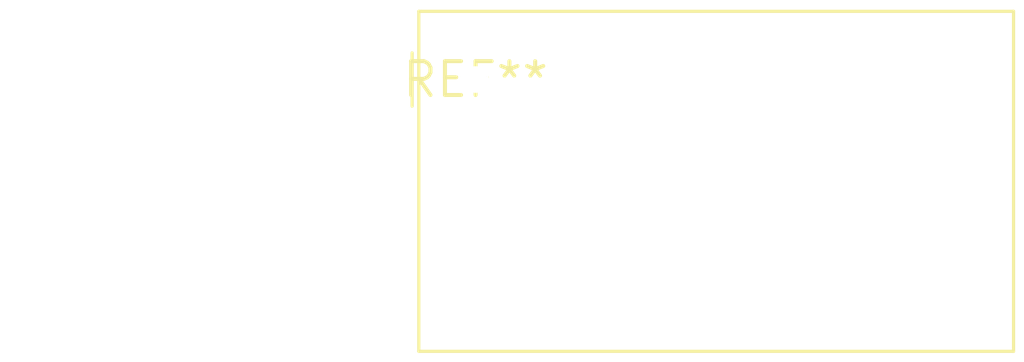
<source format=kicad_pcb>
(kicad_pcb (version 20240108) (generator pcbnew)
  (layers (0 "F.Cu" signal) (31 "B.Cu" signal) (34 "B.Paste" user) (35 "F.Paste" user) (36 "B.SilkS" user "B.Silkscreen") (37 "F.SilkS" user "F.Silkscreen") (38 "B.Mask" user) (39 "F.Mask" user) (44 "Edge.Cuts" user))
  (net 0 "")
  (footprint "Converter_DCDC_RECOM_RCD-24_THT" (layer "F.Cu") (at 0 0)
    (property "Reference" "REF**")
    (property "Value" "Converter_DCDC_RECOM_RCD-24_THT")
    (fp_line (start -2.38 -1) (end -2.38 1) (layer "F.SilkS") (stroke (width 0.12)))
    (fp_line (start -2.13 -2.56) (end -2.13 10.2) (layer "F.SilkS") (stroke (width 0.12)))
    (fp_line (start -2.13 -2.56) (end 20.19 -2.56) (layer "F.SilkS") (stroke (width 0.12)))
    (fp_line (start -2.13 10.2) (end 20.19 10.2) (layer "F.SilkS") (stroke (width 0.12)))
    (fp_line (start 20.19 -2.56) (end 20.19 10.2) (layer "F.SilkS") (stroke (width 0.12)))
    (pad "1" thru_hole roundrect (at 0 0) (size 1.5 1.5) (drill 1) (layers *.Cu *.Mask) (remove_unused_layers))
    (pad "2" thru_hole circle (at 0 2.54) (size 1.5 1.5) (drill 1) (layers *.Cu *.Mask) (remove_unused_layers))
    (pad "3" thru_hole circle (at 0 5.08) (size 1.5 1.5) (drill 1) (layers *.Cu *.Mask) (remove_unused_layers))
    (pad "4" thru_hole circle (at 0 7.62) (size 1.5 1.5) (drill 1) (layers *.Cu *.Mask) (remove_unused_layers))
    (pad "5" thru_hole circle (at 17.78 7.62) (size 1.5 1.5) (drill 1) (layers *.Cu *.Mask) (remove_unused_layers))
    (pad "6" thru_hole circle (at 17.78 0) (size 1.5 1.5) (drill 1) (layers *.Cu *.Mask) (remove_unused_layers))
  )
)
</source>
